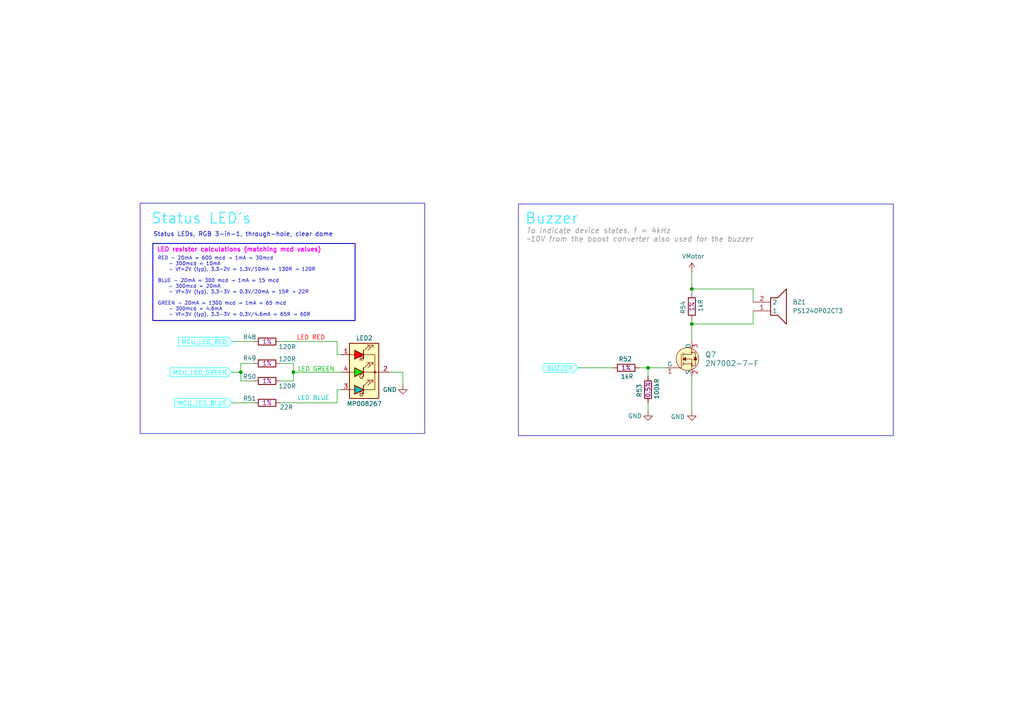
<source format=kicad_sch>
(kicad_sch
	(version 20250114)
	(generator "eeschema")
	(generator_version "9.0")
	(uuid "c15f8b7c-372c-495b-abf2-124a55133ce4")
	(paper "A4")
	(title_block
		(title "User Input")
		(date "2025-02-22")
		(rev "v0.3")
		(company "SJFOM")
	)
	(lib_symbols
		(symbol "Device:R"
			(pin_numbers
				(hide yes)
			)
			(pin_names
				(offset 0)
			)
			(exclude_from_sim no)
			(in_bom yes)
			(on_board yes)
			(property "Reference" "R"
				(at 2.032 0 90)
				(effects
					(font
						(size 1.27 1.27)
					)
				)
			)
			(property "Value" "R"
				(at 0 0 90)
				(effects
					(font
						(size 1.27 1.27)
					)
				)
			)
			(property "Footprint" ""
				(at -1.778 0 90)
				(effects
					(font
						(size 1.27 1.27)
					)
					(hide yes)
				)
			)
			(property "Datasheet" "~"
				(at 0 0 0)
				(effects
					(font
						(size 1.27 1.27)
					)
					(hide yes)
				)
			)
			(property "Description" "Resistor"
				(at 0 0 0)
				(effects
					(font
						(size 1.27 1.27)
					)
					(hide yes)
				)
			)
			(property "ki_keywords" "R res resistor"
				(at 0 0 0)
				(effects
					(font
						(size 1.27 1.27)
					)
					(hide yes)
				)
			)
			(property "ki_fp_filters" "R_*"
				(at 0 0 0)
				(effects
					(font
						(size 1.27 1.27)
					)
					(hide yes)
				)
			)
			(symbol "R_0_1"
				(rectangle
					(start -1.016 -2.54)
					(end 1.016 2.54)
					(stroke
						(width 0.254)
						(type default)
					)
					(fill
						(type none)
					)
				)
			)
			(symbol "R_1_1"
				(pin passive line
					(at 0 3.81 270)
					(length 1.27)
					(name "~"
						(effects
							(font
								(size 1.27 1.27)
							)
						)
					)
					(number "1"
						(effects
							(font
								(size 1.27 1.27)
							)
						)
					)
				)
				(pin passive line
					(at 0 -3.81 90)
					(length 1.27)
					(name "~"
						(effects
							(font
								(size 1.27 1.27)
							)
						)
					)
					(number "2"
						(effects
							(font
								(size 1.27 1.27)
							)
						)
					)
				)
			)
			(embedded_fonts no)
		)
		(symbol "Samacsys:MP008267"
			(exclude_from_sim no)
			(in_bom yes)
			(on_board yes)
			(property "Reference" "LED?"
				(at 10.922 26.924 0)
				(effects
					(font
						(size 1.27 1.27)
					)
					(justify left top)
				)
			)
			(property "Value" "MP008267"
				(at 8.128 8.382 0)
				(effects
					(font
						(size 1.27 1.27)
					)
					(justify left top)
				)
			)
			(property "Footprint" "Samacsys:MP008267"
				(at 24.13 -94.92 0)
				(effects
					(font
						(size 1.27 1.27)
					)
					(justify left top)
					(hide yes)
				)
			)
			(property "Datasheet" "https://www.farnell.com/datasheets/3497864.pdf"
				(at 24.13 -194.92 0)
				(effects
					(font
						(size 1.27 1.27)
					)
					(justify left top)
					(hide yes)
				)
			)
			(property "Description" "MULTICOMP PRO MP008267LED, Red, Green, Blue, Through Hole, T-1 3/4 (5mm), Round, R 20mA, G 20mA, B 20mA"
				(at 1.524 7.112 0)
				(effects
					(font
						(size 1.27 1.27)
					)
					(hide yes)
				)
			)
			(property "Height" "9.7"
				(at 24.13 -394.92 0)
				(effects
					(font
						(size 1.27 1.27)
					)
					(justify left top)
					(hide yes)
				)
			)
			(property "Manufacturer_Name" "Multicomp Pro"
				(at 24.13 -494.92 0)
				(effects
					(font
						(size 1.27 1.27)
					)
					(justify left top)
					(hide yes)
				)
			)
			(property "Manufacturer_Part_Number" "MP008267"
				(at 24.13 -594.92 0)
				(effects
					(font
						(size 1.27 1.27)
					)
					(justify left top)
					(hide yes)
				)
			)
			(property "Mouser Part Number" ""
				(at 24.13 -694.92 0)
				(effects
					(font
						(size 1.27 1.27)
					)
					(justify left top)
					(hide yes)
				)
			)
			(property "Mouser Price/Stock" ""
				(at 24.13 -794.92 0)
				(effects
					(font
						(size 1.27 1.27)
					)
					(justify left top)
					(hide yes)
				)
			)
			(property "Arrow Part Number" ""
				(at 24.13 -894.92 0)
				(effects
					(font
						(size 1.27 1.27)
					)
					(justify left top)
					(hide yes)
				)
			)
			(property "Arrow Price/Stock" ""
				(at 24.13 -994.92 0)
				(effects
					(font
						(size 1.27 1.27)
					)
					(justify left top)
					(hide yes)
				)
			)
			(symbol "MP008267_0_0"
				(text "R"
					(at 12.065 20.32 0)
					(effects
						(font
							(size 1.27 1.27)
						)
					)
				)
				(text "G"
					(at 12.065 15.24 0)
					(effects
						(font
							(size 1.27 1.27)
						)
					)
				)
				(text "B"
					(at 12.065 10.16 0)
					(effects
						(font
							(size 1.27 1.27)
						)
					)
				)
			)
			(symbol "MP008267_0_1"
				(rectangle
					(start 8.636 24.892)
					(end 17.145 8.89)
					(stroke
						(width 0.254)
						(type default)
					)
					(fill
						(type background)
					)
				)
				(polyline
					(pts
						(xy 8.89 21.59) (xy 10.16 21.59)
					)
					(stroke
						(width 0)
						(type default)
					)
					(fill
						(type none)
					)
				)
				(polyline
					(pts
						(xy 8.89 16.51) (xy 10.16 16.51)
					)
					(stroke
						(width 0)
						(type default)
					)
					(fill
						(type none)
					)
				)
				(polyline
					(pts
						(xy 8.89 11.43) (xy 10.16 11.43)
					)
					(stroke
						(width 0)
						(type default)
					)
					(fill
						(type none)
					)
				)
				(polyline
					(pts
						(xy 12.7 22.86) (xy 12.7 20.32)
					)
					(stroke
						(width 0.254)
						(type default)
					)
					(fill
						(type none)
					)
				)
				(polyline
					(pts
						(xy 12.7 22.86) (xy 12.7 20.32) (xy 12.7 20.32)
					)
					(stroke
						(width 0)
						(type default)
					)
					(fill
						(type none)
					)
				)
				(polyline
					(pts
						(xy 12.7 21.59) (xy 12.7 21.59)
					)
					(stroke
						(width 0)
						(type default)
					)
					(fill
						(type none)
					)
				)
				(polyline
					(pts
						(xy 12.7 21.59) (xy 15.24 21.59)
					)
					(stroke
						(width 0)
						(type default)
					)
					(fill
						(type none)
					)
				)
				(polyline
					(pts
						(xy 12.7 17.78) (xy 12.7 15.24)
					)
					(stroke
						(width 0.254)
						(type default)
					)
					(fill
						(type none)
					)
				)
				(polyline
					(pts
						(xy 12.7 17.78) (xy 12.7 15.24) (xy 12.7 15.24)
					)
					(stroke
						(width 0)
						(type default)
					)
					(fill
						(type none)
					)
				)
				(polyline
					(pts
						(xy 12.7 12.7) (xy 12.7 10.16)
					)
					(stroke
						(width 0.254)
						(type default)
					)
					(fill
						(type none)
					)
				)
				(polyline
					(pts
						(xy 12.7 11.43) (xy 15.24 11.43)
					)
					(stroke
						(width 0)
						(type default)
					)
					(fill
						(type none)
					)
				)
				(polyline
					(pts
						(xy 12.954 22.86) (xy 14.478 24.384) (xy 13.716 24.384) (xy 14.478 24.384) (xy 14.478 23.622)
					)
					(stroke
						(width 0)
						(type default)
					)
					(fill
						(type none)
					)
				)
				(polyline
					(pts
						(xy 12.954 17.78) (xy 14.478 19.304) (xy 13.716 19.304) (xy 14.478 19.304) (xy 14.478 18.542)
					)
					(stroke
						(width 0)
						(type default)
					)
					(fill
						(type none)
					)
				)
				(polyline
					(pts
						(xy 12.954 12.7) (xy 14.478 14.224) (xy 13.716 14.224) (xy 14.478 14.224) (xy 14.478 13.462)
					)
					(stroke
						(width 0)
						(type default)
					)
					(fill
						(type none)
					)
				)
				(polyline
					(pts
						(xy 13.97 22.86) (xy 15.494 24.384) (xy 14.732 24.384) (xy 15.494 24.384) (xy 15.494 23.622)
					)
					(stroke
						(width 0)
						(type default)
					)
					(fill
						(type none)
					)
				)
				(polyline
					(pts
						(xy 13.97 17.78) (xy 15.494 19.304) (xy 14.732 19.304) (xy 15.494 19.304) (xy 15.494 18.542)
					)
					(stroke
						(width 0)
						(type default)
					)
					(fill
						(type none)
					)
				)
				(polyline
					(pts
						(xy 13.97 12.7) (xy 15.494 14.224) (xy 14.732 14.224) (xy 15.494 14.224) (xy 15.494 13.462)
					)
					(stroke
						(width 0)
						(type default)
					)
					(fill
						(type none)
					)
				)
				(polyline
					(pts
						(xy 15.24 16.51) (xy 12.7 16.51)
					)
					(stroke
						(width 0)
						(type default)
					)
					(fill
						(type none)
					)
				)
				(polyline
					(pts
						(xy 15.24 16.51) (xy 16.51 16.51)
					)
					(stroke
						(width 0)
						(type default)
					)
					(fill
						(type none)
					)
				)
				(polyline
					(pts
						(xy 15.24 11.43) (xy 16.002 11.43) (xy 16.002 21.59) (xy 15.24 21.59)
					)
					(stroke
						(width 0)
						(type default)
					)
					(fill
						(type none)
					)
				)
				(circle
					(center 16.002 16.51)
					(radius 0.254)
					(stroke
						(width 0)
						(type default)
					)
					(fill
						(type outline)
					)
				)
				(polyline
					(pts
						(xy 17.78 16.51) (xy 16.51 16.51)
					)
					(stroke
						(width 0)
						(type default)
					)
					(fill
						(type none)
					)
				)
			)
			(symbol "MP008267_1_1"
				(polyline
					(pts
						(xy 10.16 20.32) (xy 10.16 22.86) (xy 12.7 21.59) (xy 10.16 20.32)
					)
					(stroke
						(width 0.254)
						(type solid)
					)
					(fill
						(type color)
						(color 255 0 0 1)
					)
				)
				(polyline
					(pts
						(xy 10.16 15.24) (xy 10.16 17.78) (xy 12.7 16.51) (xy 10.16 15.24)
					)
					(stroke
						(width 0.254)
						(type solid)
					)
					(fill
						(type color)
						(color 0 255 0 1)
					)
				)
				(polyline
					(pts
						(xy 10.16 10.16) (xy 10.16 12.7) (xy 12.7 11.43) (xy 10.16 10.16)
					)
					(stroke
						(width 0.254)
						(type solid)
					)
					(fill
						(type color)
						(color 0 194 194 1)
					)
				)
				(pin passive line
					(at 6.35 21.59 0)
					(length 2.54)
					(name ""
						(effects
							(font
								(size 1.27 1.27)
							)
						)
					)
					(number "1"
						(effects
							(font
								(size 1.27 1.27)
							)
						)
					)
				)
				(pin passive line
					(at 6.35 16.51 0)
					(length 2.54)
					(name ""
						(effects
							(font
								(size 1.27 1.27)
							)
						)
					)
					(number "4"
						(effects
							(font
								(size 1.27 1.27)
							)
						)
					)
				)
				(pin passive line
					(at 6.35 11.43 0)
					(length 2.54)
					(name ""
						(effects
							(font
								(size 1.27 1.27)
							)
						)
					)
					(number "3"
						(effects
							(font
								(size 1.27 1.27)
							)
						)
					)
				)
				(pin passive line
					(at 20.32 16.51 180)
					(length 2.54)
					(name ""
						(effects
							(font
								(size 1.27 1.27)
							)
						)
					)
					(number "2"
						(effects
							(font
								(size 1.27 1.27)
							)
						)
					)
				)
			)
			(embedded_fonts no)
		)
		(symbol "Samacsys:PS1240P02CT3"
			(exclude_from_sim no)
			(in_bom yes)
			(on_board yes)
			(property "Reference" "BZ"
				(at 11.43 0 0)
				(effects
					(font
						(size 1.27 1.27)
					)
					(justify left top)
				)
			)
			(property "Value" "PS1240P02CT3"
				(at 11.43 -2.54 0)
				(effects
					(font
						(size 1.27 1.27)
					)
					(justify left top)
				)
			)
			(property "Footprint" "Samacsys:PS1240P02BT"
				(at 11.43 -102.54 0)
				(effects
					(font
						(size 1.27 1.27)
					)
					(justify left top)
					(hide yes)
				)
			)
			(property "Datasheet" "https://product.tdk.com/system/files/dam/doc/product/sw_piezo/sw_piezo/piezo-buzzer/catalog/piezoelectronic_buzzer_ps_en.pdf"
				(at 11.43 -202.54 0)
				(effects
					(font
						(size 1.27 1.27)
					)
					(justify left top)
					(hide yes)
				)
			)
			(property "Description" "Piezoelectric Buzzers, Sound Pressure Level=60dB min, Freq.=4000Hz nom"
				(at 0 0 0)
				(effects
					(font
						(size 1.27 1.27)
					)
					(hide yes)
				)
			)
			(property "Height" ""
				(at 11.43 -402.54 0)
				(effects
					(font
						(size 1.27 1.27)
					)
					(justify left top)
					(hide yes)
				)
			)
			(property "Mouser Part Number" "810-PS1240P02CT3"
				(at 11.43 -502.54 0)
				(effects
					(font
						(size 1.27 1.27)
					)
					(justify left top)
					(hide yes)
				)
			)
			(property "Mouser Price/Stock" "https://www.mouser.co.uk/ProductDetail/TDK/PS1240P02CT3?qs=d7g9p1yFhWaOLjub80XcMw%3D%3D"
				(at 11.43 -602.54 0)
				(effects
					(font
						(size 1.27 1.27)
					)
					(justify left top)
					(hide yes)
				)
			)
			(property "Manufacturer_Name" "TDK"
				(at 11.43 -702.54 0)
				(effects
					(font
						(size 1.27 1.27)
					)
					(justify left top)
					(hide yes)
				)
			)
			(property "Manufacturer_Part_Number" "PS1240P02CT3"
				(at 11.43 -802.54 0)
				(effects
					(font
						(size 1.27 1.27)
					)
					(justify left top)
					(hide yes)
				)
			)
			(symbol "PS1240P02CT3_1_1"
				(polyline
					(pts
						(xy 5.08 1.27) (xy 5.08 -3.81)
					)
					(stroke
						(width 0.254)
						(type default)
					)
					(fill
						(type none)
					)
				)
				(polyline
					(pts
						(xy 5.08 1.27) (xy 7.112 1.27)
					)
					(stroke
						(width 0.254)
						(type default)
					)
					(fill
						(type none)
					)
				)
				(polyline
					(pts
						(xy 7.112 -3.81) (xy 5.08 -3.81)
					)
					(stroke
						(width 0.254)
						(type default)
					)
					(fill
						(type none)
					)
				)
				(polyline
					(pts
						(xy 7.112 -3.81) (xy 9.652 -6.35)
					)
					(stroke
						(width 0.254)
						(type default)
					)
					(fill
						(type none)
					)
				)
				(polyline
					(pts
						(xy 9.652 3.81) (xy 7.112 1.27)
					)
					(stroke
						(width 0.254)
						(type default)
					)
					(fill
						(type none)
					)
				)
				(polyline
					(pts
						(xy 9.652 3.81) (xy 9.652 -6.35)
					)
					(stroke
						(width 0.254)
						(type default)
					)
					(fill
						(type none)
					)
				)
				(pin passive line
					(at 0 0 0)
					(length 5.08)
					(name "2"
						(effects
							(font
								(size 1.27 1.27)
							)
						)
					)
					(number "2"
						(effects
							(font
								(size 1.27 1.27)
							)
						)
					)
				)
				(pin passive line
					(at 0 -2.54 0)
					(length 5.08)
					(name "1"
						(effects
							(font
								(size 1.27 1.27)
							)
						)
					)
					(number "1"
						(effects
							(font
								(size 1.27 1.27)
							)
						)
					)
				)
			)
			(embedded_fonts no)
		)
		(symbol "dk_Transistors-FETs-MOSFETs-Single:2N7002-7-F"
			(pin_names
				(offset 0)
			)
			(exclude_from_sim no)
			(in_bom yes)
			(on_board yes)
			(property "Reference" "Q"
				(at -2.6924 3.6322 0)
				(effects
					(font
						(size 1.524 1.524)
					)
					(justify right)
				)
			)
			(property "Value" "2N7002-7-F"
				(at 3.4544 0 90)
				(effects
					(font
						(size 1.524 1.524)
					)
				)
			)
			(property "Footprint" "digikey-footprints:SOT-23-3"
				(at 5.08 5.08 0)
				(effects
					(font
						(size 1.524 1.524)
					)
					(justify left)
					(hide yes)
				)
			)
			(property "Datasheet" "https://www.diodes.com/assets/Datasheets/ds11303.pdf"
				(at 5.08 7.62 0)
				(effects
					(font
						(size 1.524 1.524)
					)
					(justify left)
					(hide yes)
				)
			)
			(property "Description" "MOSFET N-CH 60V 115MA SOT23-3"
				(at 0 0 0)
				(effects
					(font
						(size 1.27 1.27)
					)
					(hide yes)
				)
			)
			(property "Digi-Key_PN" "2N7002-FDICT-ND"
				(at 5.08 10.16 0)
				(effects
					(font
						(size 1.524 1.524)
					)
					(justify left)
					(hide yes)
				)
			)
			(property "MPN" "2N7002-7-F"
				(at 5.08 12.7 0)
				(effects
					(font
						(size 1.524 1.524)
					)
					(justify left)
					(hide yes)
				)
			)
			(property "Category" "Discrete Semiconductor Products"
				(at 5.08 15.24 0)
				(effects
					(font
						(size 1.524 1.524)
					)
					(justify left)
					(hide yes)
				)
			)
			(property "Family" "Transistors - FETs, MOSFETs - Single"
				(at 5.08 17.78 0)
				(effects
					(font
						(size 1.524 1.524)
					)
					(justify left)
					(hide yes)
				)
			)
			(property "DK_Datasheet_Link" "https://www.diodes.com/assets/Datasheets/ds11303.pdf"
				(at 5.08 20.32 0)
				(effects
					(font
						(size 1.524 1.524)
					)
					(justify left)
					(hide yes)
				)
			)
			(property "DK_Detail_Page" "/product-detail/en/diodes-incorporated/2N7002-7-F/2N7002-FDICT-ND/717800"
				(at 5.08 22.86 0)
				(effects
					(font
						(size 1.524 1.524)
					)
					(justify left)
					(hide yes)
				)
			)
			(property "Description_1" "MOSFET N-CH 60V 115MA SOT23-3"
				(at 5.08 25.4 0)
				(effects
					(font
						(size 1.524 1.524)
					)
					(justify left)
					(hide yes)
				)
			)
			(property "Manufacturer" "Diodes Incorporated"
				(at 5.08 27.94 0)
				(effects
					(font
						(size 1.524 1.524)
					)
					(justify left)
					(hide yes)
				)
			)
			(property "Status" "Active"
				(at 5.08 30.48 0)
				(effects
					(font
						(size 1.524 1.524)
					)
					(justify left)
					(hide yes)
				)
			)
			(property "ki_keywords" "2N7002-FDICT-ND"
				(at 0 0 0)
				(effects
					(font
						(size 1.27 1.27)
					)
					(hide yes)
				)
			)
			(symbol "2N7002-7-F_0_1"
				(polyline
					(pts
						(xy -5.08 -2.54) (xy -3.048 -2.54) (xy -3.048 1.397)
					)
					(stroke
						(width 0)
						(type solid)
					)
					(fill
						(type none)
					)
				)
				(circle
					(center -1.27 0)
					(radius 3.302)
					(stroke
						(width 0)
						(type solid)
					)
					(fill
						(type background)
					)
				)
				(polyline
					(pts
						(xy -0.127 -1.905) (xy 1.016 -1.905) (xy 1.016 1.397) (xy 1.016 1.905) (xy -0.127 1.905)
					)
					(stroke
						(width 0)
						(type solid)
					)
					(fill
						(type none)
					)
				)
				(polyline
					(pts
						(xy 0 2.54) (xy 0 1.397) (xy -2.54 1.397)
					)
					(stroke
						(width 0)
						(type solid)
					)
					(fill
						(type none)
					)
				)
				(circle
					(center 0 1.905)
					(radius 0.127)
					(stroke
						(width 0)
						(type solid)
					)
					(fill
						(type none)
					)
				)
				(polyline
					(pts
						(xy 0 -1.397) (xy -2.54 -1.397)
					)
					(stroke
						(width 0)
						(type solid)
					)
					(fill
						(type none)
					)
				)
				(circle
					(center 0 -1.397)
					(radius 0.127)
					(stroke
						(width 0)
						(type solid)
					)
					(fill
						(type none)
					)
				)
				(circle
					(center 0 -1.905)
					(radius 0.127)
					(stroke
						(width 0)
						(type solid)
					)
					(fill
						(type none)
					)
				)
				(polyline
					(pts
						(xy 0 -2.54) (xy 0 0) (xy -2.54 0)
					)
					(stroke
						(width 0)
						(type solid)
					)
					(fill
						(type none)
					)
				)
			)
			(symbol "2N7002-7-F_1_1"
				(polyline
					(pts
						(xy -2.54 1.905) (xy -2.54 0.889)
					)
					(stroke
						(width 0)
						(type solid)
					)
					(fill
						(type none)
					)
				)
				(polyline
					(pts
						(xy -2.54 0) (xy -2.54 0.508)
					)
					(stroke
						(width 0)
						(type solid)
					)
					(fill
						(type none)
					)
				)
				(polyline
					(pts
						(xy -2.54 0) (xy -2.54 -0.508)
					)
					(stroke
						(width 0)
						(type solid)
					)
					(fill
						(type none)
					)
				)
				(polyline
					(pts
						(xy -2.54 0) (xy -1.778 0.508) (xy -1.778 -0.508) (xy -2.54 0)
					)
					(stroke
						(width 0)
						(type solid)
					)
					(fill
						(type outline)
					)
				)
				(polyline
					(pts
						(xy -2.54 -1.397) (xy -2.54 -0.889)
					)
					(stroke
						(width 0)
						(type solid)
					)
					(fill
						(type none)
					)
				)
				(polyline
					(pts
						(xy -2.54 -1.397) (xy -2.54 -1.905)
					)
					(stroke
						(width 0)
						(type solid)
					)
					(fill
						(type none)
					)
				)
				(polyline
					(pts
						(xy 1.016 0.508) (xy 0.508 -0.254) (xy 1.524 -0.254) (xy 1.016 0.508)
					)
					(stroke
						(width 0)
						(type solid)
					)
					(fill
						(type outline)
					)
				)
				(polyline
					(pts
						(xy 1.524 0.508) (xy 0.508 0.508)
					)
					(stroke
						(width 0)
						(type solid)
					)
					(fill
						(type none)
					)
				)
				(pin bidirectional line
					(at -7.62 -2.54 0)
					(length 2.54)
					(name "G"
						(effects
							(font
								(size 1.27 1.27)
							)
						)
					)
					(number "1"
						(effects
							(font
								(size 1.27 1.27)
							)
						)
					)
				)
				(pin bidirectional line
					(at 0 5.08 270)
					(length 2.54)
					(name "D"
						(effects
							(font
								(size 1.27 1.27)
							)
						)
					)
					(number "3"
						(effects
							(font
								(size 1.27 1.27)
							)
						)
					)
				)
				(pin bidirectional line
					(at 0 -5.08 90)
					(length 2.54)
					(name "S"
						(effects
							(font
								(size 1.27 1.27)
							)
						)
					)
					(number "2"
						(effects
							(font
								(size 1.27 1.27)
							)
						)
					)
				)
			)
			(embedded_fonts no)
		)
		(symbol "power:GND"
			(power)
			(pin_numbers
				(hide yes)
			)
			(pin_names
				(offset 0)
				(hide yes)
			)
			(exclude_from_sim no)
			(in_bom yes)
			(on_board yes)
			(property "Reference" "#PWR"
				(at 0 -6.35 0)
				(effects
					(font
						(size 1.27 1.27)
					)
					(hide yes)
				)
			)
			(property "Value" "GND"
				(at 0 -3.81 0)
				(effects
					(font
						(size 1.27 1.27)
					)
				)
			)
			(property "Footprint" ""
				(at 0 0 0)
				(effects
					(font
						(size 1.27 1.27)
					)
					(hide yes)
				)
			)
			(property "Datasheet" ""
				(at 0 0 0)
				(effects
					(font
						(size 1.27 1.27)
					)
					(hide yes)
				)
			)
			(property "Description" "Power symbol creates a global label with name \"GND\" , ground"
				(at 0 0 0)
				(effects
					(font
						(size 1.27 1.27)
					)
					(hide yes)
				)
			)
			(property "ki_keywords" "global power"
				(at 0 0 0)
				(effects
					(font
						(size 1.27 1.27)
					)
					(hide yes)
				)
			)
			(symbol "GND_0_1"
				(polyline
					(pts
						(xy 0 0) (xy 0 -1.27) (xy 1.27 -1.27) (xy 0 -2.54) (xy -1.27 -1.27) (xy 0 -1.27)
					)
					(stroke
						(width 0)
						(type default)
					)
					(fill
						(type none)
					)
				)
			)
			(symbol "GND_1_1"
				(pin power_in line
					(at 0 0 270)
					(length 0)
					(name "~"
						(effects
							(font
								(size 1.27 1.27)
							)
						)
					)
					(number "1"
						(effects
							(font
								(size 1.27 1.27)
							)
						)
					)
				)
			)
			(embedded_fonts no)
		)
		(symbol "power:VBUS"
			(power)
			(pin_numbers
				(hide yes)
			)
			(pin_names
				(offset 0)
				(hide yes)
			)
			(exclude_from_sim no)
			(in_bom yes)
			(on_board yes)
			(property "Reference" "#PWR"
				(at 0 -3.81 0)
				(effects
					(font
						(size 1.27 1.27)
					)
					(hide yes)
				)
			)
			(property "Value" "VBUS"
				(at 0 3.556 0)
				(effects
					(font
						(size 1.27 1.27)
					)
				)
			)
			(property "Footprint" ""
				(at 0 0 0)
				(effects
					(font
						(size 1.27 1.27)
					)
					(hide yes)
				)
			)
			(property "Datasheet" ""
				(at 0 0 0)
				(effects
					(font
						(size 1.27 1.27)
					)
					(hide yes)
				)
			)
			(property "Description" "Power symbol creates a global label with name \"VBUS\""
				(at 0 0 0)
				(effects
					(font
						(size 1.27 1.27)
					)
					(hide yes)
				)
			)
			(property "ki_keywords" "global power"
				(at 0 0 0)
				(effects
					(font
						(size 1.27 1.27)
					)
					(hide yes)
				)
			)
			(symbol "VBUS_0_1"
				(polyline
					(pts
						(xy -0.762 1.27) (xy 0 2.54)
					)
					(stroke
						(width 0)
						(type default)
					)
					(fill
						(type none)
					)
				)
				(polyline
					(pts
						(xy 0 2.54) (xy 0.762 1.27)
					)
					(stroke
						(width 0)
						(type default)
					)
					(fill
						(type none)
					)
				)
				(polyline
					(pts
						(xy 0 0) (xy 0 2.54)
					)
					(stroke
						(width 0)
						(type default)
					)
					(fill
						(type none)
					)
				)
			)
			(symbol "VBUS_1_1"
				(pin power_in line
					(at 0 0 90)
					(length 0)
					(name "~"
						(effects
							(font
								(size 1.27 1.27)
							)
						)
					)
					(number "1"
						(effects
							(font
								(size 1.27 1.27)
							)
						)
					)
				)
			)
			(embedded_fonts no)
		)
	)
	(rectangle
		(start 150.368 59.182)
		(end 259.08 126.365)
		(stroke
			(width 0)
			(type default)
		)
		(fill
			(type none)
		)
		(uuid 06b0296e-887c-49ad-8265-caa780cf8a5a)
	)
	(rectangle
		(start 44.323 70.612)
		(end 102.997 92.964)
		(stroke
			(width 0.254)
			(type default)
		)
		(fill
			(type none)
		)
		(uuid bc042294-6934-44c1-9352-7829a607506a)
	)
	(rectangle
		(start 40.64 58.928)
		(end 123.19 125.73)
		(stroke
			(width 0)
			(type default)
		)
		(fill
			(type none)
		)
		(uuid d711af57-ff58-43b4-92d9-c01a7481c3b7)
	)
	(text "LED GREEN"
		(exclude_from_sim no)
		(at 91.694 107.188 0)
		(effects
			(font
				(size 1.27 1.27)
				(color 0 194 0 1)
			)
		)
		(uuid "1941e7c1-df1e-442a-a5cd-afcef8a95794")
	)
	(text "LED RED"
		(exclude_from_sim no)
		(at 90.17 98.044 0)
		(effects
			(font
				(size 1.27 1.27)
				(color 255 0 0 1)
			)
		)
		(uuid "4792d298-cd58-4097-92f2-79a8a230e342")
	)
	(text "Status LED's"
		(exclude_from_sim no)
		(at 58.42 63.5 0)
		(effects
			(font
				(face "KiCad Font")
				(size 3.048 3.048)
				(thickness 0.254)
				(bold yes)
				(color 29 232 255 1)
			)
		)
		(uuid "4aa6a8fa-0c32-4e01-8968-6b78567d133b")
	)
	(text "LED resistor calculations (matching mcd values)"
		(exclude_from_sim no)
		(at 69.342 72.517 0)
		(effects
			(font
				(size 1.27 1.27)
				(bold yes)
				(color 255 0 255 1)
			)
		)
		(uuid "97c24568-838f-4b6e-a74f-97f9ea0c7e6a")
	)
	(text "Status LEDs, RGB 3-in-1, through-hole, clear dome"
		(exclude_from_sim no)
		(at 44.45 68.072 0)
		(effects
			(font
				(size 1.27 1.27)
				(thickness 0.1588)
			)
			(justify left)
		)
		(uuid "9d9d41ec-ed84-4889-8cbf-19b2ee7f0a72")
	)
	(text "Buzzer"
		(exclude_from_sim no)
		(at 160.02 63.5 0)
		(effects
			(font
				(face "KiCad Font")
				(size 3.048 3.048)
				(thickness 0.254)
				(bold yes)
				(color 29 232 255 1)
			)
		)
		(uuid "a0c4c975-a745-4f52-b96f-d3ae830650ef")
	)
	(text "To indicate device states, f = 4kHz\n~10V from the boost converter also used for the buzzer"
		(exclude_from_sim no)
		(at 152.654 68.326 0)
		(effects
			(font
				(face "KiCad Font")
				(size 1.524 1.524)
				(italic yes)
				(color 132 132 132 1)
			)
			(justify left)
		)
		(uuid "b44bcfa5-4625-4d06-9ca5-4e6d007c4c0a")
	)
	(text "RED - 20mA = 600 mcd → 1mA = 30mcd\n    - 300mcd = 10mA\n    - Vf=2V (typ), 3.3-2V = 1.3V/10mA = 130R → 120R\n\nBLUE - 20mA = 300 mcd → 1mA = 15 mcd\n    - 300mcd = 20mA\n    - Vf=3V (typ), 3.3-3V = 0.3V/20mA = 15R → 22R\n\nGREEN - 20mA = 1300 mcd → 1mA = 65 mcd\n    - 300mcd = 4.6mA\n    - Vf=3V (typ), 3.3-3V = 0.3V/4.6mA = 65R → 60R"
		(exclude_from_sim no)
		(at 45.72 83.185 0)
		(effects
			(font
				(size 1.016 1.016)
				(thickness 0.127)
			)
			(justify left)
		)
		(uuid "c9b8730b-e22c-4274-b3b5-918fbbe1e184")
	)
	(text "LED BLUE"
		(exclude_from_sim no)
		(at 90.932 115.57 0)
		(effects
			(font
				(size 1.27 1.27)
				(color 0 194 194 1)
			)
		)
		(uuid "d44d2743-2a43-4f39-a0e1-1a6a8e6733b1")
	)
	(junction
		(at 200.66 93.98)
		(diameter 0)
		(color 0 0 0 0)
		(uuid "6a88b066-b727-4b5f-8c39-f496007277f8")
	)
	(junction
		(at 69.85 107.95)
		(diameter 0)
		(color 0 0 0 0)
		(uuid "73e31615-39fd-4770-92a1-9e20c869b04e")
	)
	(junction
		(at 85.09 107.95)
		(diameter 0)
		(color 0 0 0 0)
		(uuid "75672ca3-e71b-48fe-8322-44ee242ce353")
	)
	(junction
		(at 187.96 106.68)
		(diameter 0)
		(color 0 0 0 0)
		(uuid "b3ba89d9-98bb-4e61-a4ae-ea08bdb68685")
	)
	(junction
		(at 200.66 83.82)
		(diameter 0)
		(color 0 0 0 0)
		(uuid "bd0b5978-f63c-4cb1-8411-05de2101b3f0")
	)
	(wire
		(pts
			(xy 97.79 116.84) (xy 81.28 116.84)
		)
		(stroke
			(width 0)
			(type default)
		)
		(uuid "07b79a8c-70d2-47a7-9201-0a6200d4ecc4")
	)
	(wire
		(pts
			(xy 218.44 90.17) (xy 218.44 93.98)
		)
		(stroke
			(width 0)
			(type default)
		)
		(uuid "07f6cf73-f4f4-4632-81e4-9e010bc41bf3")
	)
	(wire
		(pts
			(xy 97.79 113.03) (xy 99.06 113.03)
		)
		(stroke
			(width 0)
			(type default)
		)
		(uuid "0952e57f-de48-495e-bb6f-9e71e4c4b707")
	)
	(wire
		(pts
			(xy 113.03 107.95) (xy 116.84 107.95)
		)
		(stroke
			(width 0)
			(type default)
		)
		(uuid "099a1161-489a-48db-9e4d-699765393316")
	)
	(wire
		(pts
			(xy 187.96 106.68) (xy 187.96 109.22)
		)
		(stroke
			(width 0)
			(type default)
		)
		(uuid "0f62745e-3d53-40b2-a4fe-3d5d300d91fc")
	)
	(wire
		(pts
			(xy 200.66 78.74) (xy 200.66 83.82)
		)
		(stroke
			(width 0)
			(type default)
		)
		(uuid "129669a7-107d-48d7-abf0-ba4bc38a8183")
	)
	(wire
		(pts
			(xy 85.09 107.95) (xy 85.09 110.49)
		)
		(stroke
			(width 0)
			(type default)
		)
		(uuid "1a3a9674-2f9c-4390-9124-93de2b55bed3")
	)
	(wire
		(pts
			(xy 187.96 106.68) (xy 193.04 106.68)
		)
		(stroke
			(width 0)
			(type default)
		)
		(uuid "1a91614b-b74d-483a-ad97-23b985d0a9d4")
	)
	(wire
		(pts
			(xy 81.28 110.49) (xy 85.09 110.49)
		)
		(stroke
			(width 0)
			(type default)
		)
		(uuid "1ee377b4-cde5-4f58-ad7c-7a00654af07a")
	)
	(wire
		(pts
			(xy 85.09 105.41) (xy 85.09 107.95)
		)
		(stroke
			(width 0)
			(type default)
		)
		(uuid "2b724b65-26c3-4fa8-989a-84d9f4596bd6")
	)
	(wire
		(pts
			(xy 69.85 110.49) (xy 69.85 107.95)
		)
		(stroke
			(width 0)
			(type default)
		)
		(uuid "30c6e3a1-036e-4747-a16e-e372831ff07b")
	)
	(wire
		(pts
			(xy 218.44 83.82) (xy 218.44 87.63)
		)
		(stroke
			(width 0)
			(type default)
		)
		(uuid "454be7d3-8219-4fe1-95ab-f11e76eac4d4")
	)
	(wire
		(pts
			(xy 97.79 99.06) (xy 81.28 99.06)
		)
		(stroke
			(width 0)
			(type default)
		)
		(uuid "482a4d85-0f26-4821-b999-48a0eadcf96b")
	)
	(wire
		(pts
			(xy 97.79 99.06) (xy 97.79 102.87)
		)
		(stroke
			(width 0)
			(type default)
		)
		(uuid "4cc2db02-d427-41ab-a87e-cf2bc967af2d")
	)
	(wire
		(pts
			(xy 73.66 110.49) (xy 69.85 110.49)
		)
		(stroke
			(width 0)
			(type default)
		)
		(uuid "4d073aae-1d4b-42da-afac-712a5d9ae343")
	)
	(wire
		(pts
			(xy 200.66 93.98) (xy 218.44 93.98)
		)
		(stroke
			(width 0)
			(type default)
		)
		(uuid "51481669-8b37-48e8-93ef-7ddcdfbdd04d")
	)
	(wire
		(pts
			(xy 73.66 99.06) (xy 67.31 99.06)
		)
		(stroke
			(width 0)
			(type default)
		)
		(uuid "5ac774cb-7c18-45ad-8bd0-d634e7c376e3")
	)
	(wire
		(pts
			(xy 200.66 109.22) (xy 200.66 119.38)
		)
		(stroke
			(width 0)
			(type default)
		)
		(uuid "61d4d487-511a-4d9e-be0e-220630dbb7e1")
	)
	(wire
		(pts
			(xy 97.79 102.87) (xy 99.06 102.87)
		)
		(stroke
			(width 0)
			(type default)
		)
		(uuid "71d04a39-3ce0-400c-a0d7-c573dff22461")
	)
	(wire
		(pts
			(xy 69.85 107.95) (xy 67.31 107.95)
		)
		(stroke
			(width 0)
			(type default)
		)
		(uuid "86ae5c3a-bc38-4110-89ac-9608c945ea6c")
	)
	(wire
		(pts
			(xy 99.06 107.95) (xy 85.09 107.95)
		)
		(stroke
			(width 0)
			(type default)
		)
		(uuid "8853b5dc-cca7-4119-bb16-6cfacd1010c1")
	)
	(wire
		(pts
			(xy 200.66 83.82) (xy 218.44 83.82)
		)
		(stroke
			(width 0)
			(type default)
		)
		(uuid "92e5a0c1-8556-4b8b-997f-46202f4ed488")
	)
	(wire
		(pts
			(xy 167.64 106.68) (xy 177.8 106.68)
		)
		(stroke
			(width 0)
			(type default)
		)
		(uuid "9ea25214-3571-4686-8848-19d1e71d9d3d")
	)
	(wire
		(pts
			(xy 73.66 105.41) (xy 69.85 105.41)
		)
		(stroke
			(width 0)
			(type default)
		)
		(uuid "9f4e754e-1fc6-4736-9bc0-b6a14a12550a")
	)
	(wire
		(pts
			(xy 185.42 106.68) (xy 187.96 106.68)
		)
		(stroke
			(width 0)
			(type default)
		)
		(uuid "9ff7e38f-5b40-455e-8213-44cc7a511ac9")
	)
	(wire
		(pts
			(xy 69.85 105.41) (xy 69.85 107.95)
		)
		(stroke
			(width 0)
			(type default)
		)
		(uuid "a41251ea-e44f-4e3f-a863-d9fa4cf9a02d")
	)
	(wire
		(pts
			(xy 187.96 116.84) (xy 187.96 119.38)
		)
		(stroke
			(width 0)
			(type default)
		)
		(uuid "a865173a-9aa2-4e40-bd2d-b571438ef819")
	)
	(wire
		(pts
			(xy 97.79 116.84) (xy 97.79 113.03)
		)
		(stroke
			(width 0)
			(type default)
		)
		(uuid "ae808a10-a09c-4a75-81f1-4e413a6bef08")
	)
	(wire
		(pts
			(xy 200.66 93.98) (xy 200.66 92.71)
		)
		(stroke
			(width 0)
			(type default)
		)
		(uuid "b920e80f-90fe-4b11-a728-b16e2dec3d92")
	)
	(wire
		(pts
			(xy 200.66 83.82) (xy 200.66 85.09)
		)
		(stroke
			(width 0)
			(type default)
		)
		(uuid "ba15d6eb-b7d4-42d6-b5a8-75cb26cfc3b9")
	)
	(wire
		(pts
			(xy 200.66 93.98) (xy 200.66 99.06)
		)
		(stroke
			(width 0)
			(type default)
		)
		(uuid "cefe7b03-b827-4da7-980d-28e20251bc8b")
	)
	(wire
		(pts
			(xy 116.84 107.95) (xy 116.84 111.76)
		)
		(stroke
			(width 0)
			(type default)
		)
		(uuid "d2323b3b-d51f-4bcf-b920-54112ecf40df")
	)
	(wire
		(pts
			(xy 73.66 116.84) (xy 67.31 116.84)
		)
		(stroke
			(width 0)
			(type default)
		)
		(uuid "e2bf65c7-fe93-4369-a143-fbdbad8a4af4")
	)
	(wire
		(pts
			(xy 81.28 105.41) (xy 85.09 105.41)
		)
		(stroke
			(width 0)
			(type default)
		)
		(uuid "e92e6837-142c-4bbf-b5e2-88f80142074d")
	)
	(global_label "MCU_LED_GREEN"
		(shape input)
		(at 67.31 107.95 180)
		(fields_autoplaced yes)
		(effects
			(font
				(size 1.27 1.27)
				(color 0 255 255 1)
			)
			(justify right)
		)
		(uuid "09a5a509-9164-4496-8678-91c20da3ad1d")
		(property "Intersheetrefs" "${INTERSHEET_REFS}"
			(at 48.7221 107.95 0)
			(effects
				(font
					(size 1.27 1.27)
				)
				(justify right)
				(hide yes)
			)
		)
	)
	(global_label "BUZZER"
		(shape input)
		(at 167.64 106.68 180)
		(fields_autoplaced yes)
		(effects
			(font
				(size 1.27 1.27)
				(color 0 255 255 1)
			)
			(justify right)
		)
		(uuid "394cf95d-c6f6-4853-b419-f52775c443d7")
		(property "Intersheetrefs" "${INTERSHEET_REFS}"
			(at 157.2163 106.68 0)
			(effects
				(font
					(size 1.27 1.27)
				)
				(justify right)
				(hide yes)
			)
		)
	)
	(global_label "MCU_LED_RED"
		(shape input)
		(at 67.31 99.06 180)
		(fields_autoplaced yes)
		(effects
			(font
				(size 1.27 1.27)
				(color 0 255 255 1)
			)
			(justify right)
		)
		(uuid "4056b805-d368-4c85-a20f-efc4d5f4111b")
		(property "Intersheetrefs" "${INTERSHEET_REFS}"
			(at 51.2016 99.06 0)
			(effects
				(font
					(size 1.27 1.27)
				)
				(justify right)
				(hide yes)
			)
		)
	)
	(global_label "MCU_LED_BLUE"
		(shape input)
		(at 67.31 116.84 180)
		(fields_autoplaced yes)
		(effects
			(font
				(size 1.27 1.27)
				(color 0 255 255 1)
			)
			(justify right)
		)
		(uuid "d05d9f2a-178a-462b-80b1-c7e57c6a7f99")
		(property "Intersheetrefs" "${INTERSHEET_REFS}"
			(at 50.113 116.84 0)
			(effects
				(font
					(size 1.27 1.27)
				)
				(justify right)
				(hide yes)
			)
		)
	)
	(symbol
		(lib_id "Device:R")
		(at 187.96 113.03 180)
		(unit 1)
		(exclude_from_sim no)
		(in_bom yes)
		(on_board yes)
		(dnp no)
		(uuid "05397c3f-b539-4728-81c0-2c3f97391bcd")
		(property "Reference" "R53"
			(at 185.42 113.284 90)
			(effects
				(font
					(size 1.27 1.27)
				)
			)
		)
		(property "Value" "100kR"
			(at 190.5 112.776 90)
			(effects
				(font
					(size 1.27 1.27)
				)
			)
		)
		(property "Footprint" "Resistor_SMD:R_0603_1608Metric"
			(at 189.738 113.03 90)
			(effects
				(font
					(size 1.27 1.27)
				)
				(hide yes)
			)
		)
		(property "Datasheet" "~"
			(at 187.96 113.03 0)
			(effects
				(font
					(size 1.27 1.27)
				)
				(hide yes)
			)
		)
		(property "Description" "Resistor"
			(at 187.96 113.03 0)
			(effects
				(font
					(size 1.27 1.27)
				)
				(hide yes)
			)
		)
		(property "Tolerance" "0.5%"
			(at 187.96 113.03 90)
			(effects
				(font
					(size 1.27 1.27)
				)
			)
		)
		(property "Type" "SMD"
			(at 187.96 113.03 0)
			(effects
				(font
					(size 1.27 1.27)
				)
				(hide yes)
			)
		)
		(property "Package" "0603"
			(at 187.96 113.03 0)
			(effects
				(font
					(size 1.27 1.27)
				)
				(hide yes)
			)
		)
		(property "MPN" "RT0603DRE10100KL"
			(at 187.96 113.03 0)
			(effects
				(font
					(size 1.27 1.27)
				)
				(hide yes)
			)
		)
		(property "Manufacturer" "YAGEO"
			(at 187.96 113.03 0)
			(effects
				(font
					(size 1.27 1.27)
				)
				(hide yes)
			)
		)
		(property "Power" "0.1W, 1/10W"
			(at 187.96 113.03 0)
			(effects
				(font
					(size 1.27 1.27)
				)
				(hide yes)
			)
		)
		(property "Availability" ""
			(at 187.96 113.03 0)
			(effects
				(font
					(size 1.27 1.27)
				)
				(hide yes)
			)
		)
		(property "Check_prices" ""
			(at 187.96 113.03 0)
			(effects
				(font
					(size 1.27 1.27)
				)
				(hide yes)
			)
		)
		(property "Colour" ""
			(at 187.96 113.03 0)
			(effects
				(font
					(size 1.27 1.27)
				)
				(hide yes)
			)
		)
		(property "MAXIMUM_PACKAGE_HEIGHT" ""
			(at 187.96 113.03 0)
			(effects
				(font
					(size 1.27 1.27)
				)
				(hide yes)
			)
		)
		(property "MP" ""
			(at 187.96 113.03 0)
			(effects
				(font
					(size 1.27 1.27)
				)
				(hide yes)
			)
		)
		(property "PARTREV" ""
			(at 187.96 113.03 0)
			(effects
				(font
					(size 1.27 1.27)
				)
				(hide yes)
			)
		)
		(property "Price" ""
			(at 187.96 113.03 0)
			(effects
				(font
					(size 1.27 1.27)
				)
				(hide yes)
			)
		)
		(property "Purchase-URL" ""
			(at 187.96 113.03 0)
			(effects
				(font
					(size 1.27 1.27)
				)
				(hide yes)
			)
		)
		(property "SNAPEDA_PN" ""
			(at 187.96 113.03 0)
			(effects
				(font
					(size 1.27 1.27)
				)
				(hide yes)
			)
		)
		(property "STANDARD" ""
			(at 187.96 113.03 0)
			(effects
				(font
					(size 1.27 1.27)
				)
				(hide yes)
			)
		)
		(property "SnapEDA_Link" ""
			(at 187.96 113.03 0)
			(effects
				(font
					(size 1.27 1.27)
				)
				(hide yes)
			)
		)
		(property "MANUFACTURER" ""
			(at 187.96 113.03 0)
			(effects
				(font
					(size 1.27 1.27)
				)
				(hide yes)
			)
		)
		(pin "1"
			(uuid "403d801e-609e-473d-959b-8a098a085a32")
		)
		(pin "2"
			(uuid "061eeea5-cf68-44f8-884c-2bb0a00fae7c")
		)
		(instances
			(project "StepUp"
				(path "/e0cca1c7-c263-49eb-8c40-74000ebe5285/9dda156e-3fdf-45bb-95f8-ac79c3ca0e44"
					(reference "R53")
					(unit 1)
				)
			)
		)
	)
	(symbol
		(lib_id "dk_Transistors-FETs-MOSFETs-Single:2N7002-7-F")
		(at 200.66 104.14 0)
		(unit 1)
		(exclude_from_sim no)
		(in_bom yes)
		(on_board yes)
		(dnp no)
		(fields_autoplaced yes)
		(uuid "14631e34-6cb3-4496-a86f-b662e56924fb")
		(property "Reference" "Q7"
			(at 204.47 102.8699 0)
			(effects
				(font
					(size 1.524 1.524)
				)
				(justify left)
			)
		)
		(property "Value" "2N7002-7-F"
			(at 204.47 105.4099 0)
			(effects
				(font
					(size 1.524 1.524)
				)
				(justify left)
			)
		)
		(property "Footprint" "digikey-footprints:SOT-23-3"
			(at 205.74 99.06 0)
			(effects
				(font
					(size 1.524 1.524)
				)
				(justify left)
				(hide yes)
			)
		)
		(property "Datasheet" "https://www.diodes.com/assets/Datasheets/ds11303.pdf"
			(at 205.74 96.52 0)
			(effects
				(font
					(size 1.524 1.524)
				)
				(justify left)
				(hide yes)
			)
		)
		(property "Description" "MOSFET N-CH 60V 115MA SOT23-3"
			(at 200.66 104.14 0)
			(effects
				(font
					(size 1.27 1.27)
				)
				(hide yes)
			)
		)
		(property "Digi-Key_PN" "2N7002-FDICT-ND"
			(at 205.74 93.98 0)
			(effects
				(font
					(size 1.524 1.524)
				)
				(justify left)
				(hide yes)
			)
		)
		(property "MPN" "2N7002-7-F"
			(at 205.74 91.44 0)
			(effects
				(font
					(size 1.524 1.524)
				)
				(justify left)
				(hide yes)
			)
		)
		(property "Category" "Discrete Semiconductor Products"
			(at 205.74 88.9 0)
			(effects
				(font
					(size 1.524 1.524)
				)
				(justify left)
				(hide yes)
			)
		)
		(property "Family" "Transistors - FETs, MOSFETs - Single"
			(at 205.74 86.36 0)
			(effects
				(font
					(size 1.524 1.524)
				)
				(justify left)
				(hide yes)
			)
		)
		(property "DK_Datasheet_Link" "https://www.diodes.com/assets/Datasheets/ds11303.pdf"
			(at 205.74 83.82 0)
			(effects
				(font
					(size 1.524 1.524)
				)
				(justify left)
				(hide yes)
			)
		)
		(property "DK_Detail_Page" "/product-detail/en/diodes-incorporated/2N7002-7-F/2N7002-FDICT-ND/717800"
			(at 205.74 81.28 0)
			(effects
				(font
					(size 1.524 1.524)
				)
				(justify left)
				(hide yes)
			)
		)
		(property "Description_1" "MOSFET N-CH 60V 115MA SOT23-3"
			(at 205.74 78.74 0)
			(effects
				(font
					(size 1.524 1.524)
				)
				(justify left)
				(hide yes)
			)
		)
		(property "Manufacturer" "Diodes Incorporated"
			(at 205.74 76.2 0)
			(effects
				(font
					(size 1.524 1.524)
				)
				(justify left)
				(hide yes)
			)
		)
		(property "Status" "Active"
			(at 205.74 73.66 0)
			(effects
				(font
					(size 1.524 1.524)
				)
				(justify left)
				(hide yes)
			)
		)
		(property "Availability" ""
			(at 200.66 104.14 0)
			(effects
				(font
					(size 1.27 1.27)
				)
				(hide yes)
			)
		)
		(property "Check_prices" ""
			(at 200.66 104.14 0)
			(effects
				(font
					(size 1.27 1.27)
				)
				(hide yes)
			)
		)
		(property "Colour" ""
			(at 200.66 104.14 0)
			(effects
				(font
					(size 1.27 1.27)
				)
				(hide yes)
			)
		)
		(property "MAXIMUM_PACKAGE_HEIGHT" ""
			(at 200.66 104.14 0)
			(effects
				(font
					(size 1.27 1.27)
				)
				(hide yes)
			)
		)
		(property "MP" ""
			(at 200.66 104.14 0)
			(effects
				(font
					(size 1.27 1.27)
				)
				(hide yes)
			)
		)
		(property "PARTREV" ""
			(at 200.66 104.14 0)
			(effects
				(font
					(size 1.27 1.27)
				)
				(hide yes)
			)
		)
		(property "Price" ""
			(at 200.66 104.14 0)
			(effects
				(font
					(size 1.27 1.27)
				)
				(hide yes)
			)
		)
		(property "Purchase-URL" ""
			(at 200.66 104.14 0)
			(effects
				(font
					(size 1.27 1.27)
				)
				(hide yes)
			)
		)
		(property "SNAPEDA_PN" ""
			(at 200.66 104.14 0)
			(effects
				(font
					(size 1.27 1.27)
				)
				(hide yes)
			)
		)
		(property "STANDARD" ""
			(at 200.66 104.14 0)
			(effects
				(font
					(size 1.27 1.27)
				)
				(hide yes)
			)
		)
		(property "SnapEDA_Link" ""
			(at 200.66 104.14 0)
			(effects
				(font
					(size 1.27 1.27)
				)
				(hide yes)
			)
		)
		(property "MANUFACTURER" ""
			(at 200.66 104.14 0)
			(effects
				(font
					(size 1.27 1.27)
				)
				(hide yes)
			)
		)
		(pin "2"
			(uuid "b8b29f7f-c425-47f9-b7e4-b998f7fcc4dd")
		)
		(pin "1"
			(uuid "d89dabf3-2fb8-4baf-a390-a0e1515cf707")
		)
		(pin "3"
			(uuid "c4a30138-4c64-41c9-ba83-590e0faddefa")
		)
		(instances
			(project ""
				(path "/e0cca1c7-c263-49eb-8c40-74000ebe5285/9dda156e-3fdf-45bb-95f8-ac79c3ca0e44"
					(reference "Q7")
					(unit 1)
				)
			)
		)
	)
	(symbol
		(lib_id "Samacsys:PS1240P02CT3")
		(at 218.44 87.63 0)
		(unit 1)
		(exclude_from_sim no)
		(in_bom yes)
		(on_board yes)
		(dnp no)
		(fields_autoplaced yes)
		(uuid "2d1ac149-c327-4f4d-a00c-600a2ff6f7be")
		(property "Reference" "BZ1"
			(at 229.87 87.6299 0)
			(effects
				(font
					(size 1.27 1.27)
				)
				(justify left)
			)
		)
		(property "Value" "PS1240P02CT3"
			(at 229.87 90.1699 0)
			(effects
				(font
					(size 1.27 1.27)
				)
				(justify left)
			)
		)
		(property "Footprint" "Samacsys:PS1240P02BT"
			(at 229.87 190.17 0)
			(effects
				(font
					(size 1.27 1.27)
				)
				(justify left top)
				(hide yes)
			)
		)
		(property "Datasheet" "https://product.tdk.com/system/files/dam/doc/product/sw_piezo/sw_piezo/piezo-buzzer/catalog/piezoelectronic_buzzer_ps_en.pdf"
			(at 229.87 290.17 0)
			(effects
				(font
					(size 1.27 1.27)
				)
				(justify left top)
				(hide yes)
			)
		)
		(property "Description" "Piezoelectric Buzzers, Sound Pressure Level=60dB min, Freq.=4000Hz nom"
			(at 218.44 87.63 0)
			(effects
				(font
					(size 1.27 1.27)
				)
				(hide yes)
			)
		)
		(property "Height" ""
			(at 229.87 490.17 0)
			(effects
				(font
					(size 1.27 1.27)
				)
				(justify left top)
				(hide yes)
			)
		)
		(property "Mouser Part Number" "810-PS1240P02CT3"
			(at 229.87 590.17 0)
			(effects
				(font
					(size 1.27 1.27)
				)
				(justify left top)
				(hide yes)
			)
		)
		(property "Mouser Price/Stock" "https://www.mouser.co.uk/ProductDetail/TDK/PS1240P02CT3?qs=d7g9p1yFhWaOLjub80XcMw%3D%3D"
			(at 229.87 690.17 0)
			(effects
				(font
					(size 1.27 1.27)
				)
				(justify left top)
				(hide yes)
			)
		)
		(property "Manufacturer_Name" "TDK"
			(at 229.87 790.17 0)
			(effects
				(font
					(size 1.27 1.27)
				)
				(justify left top)
				(hide yes)
			)
		)
		(property "Manufacturer_Part_Number" "PS1240P02CT3"
			(at 229.87 890.17 0)
			(effects
				(font
					(size 1.27 1.27)
				)
				(justify left top)
				(hide yes)
			)
		)
		(property "Availability" ""
			(at 218.44 87.63 0)
			(effects
				(font
					(size 1.27 1.27)
				)
				(hide yes)
			)
		)
		(property "Check_prices" ""
			(at 218.44 87.63 0)
			(effects
				(font
					(size 1.27 1.27)
				)
				(hide yes)
			)
		)
		(property "Colour" ""
			(at 218.44 87.63 0)
			(effects
				(font
					(size 1.27 1.27)
				)
				(hide yes)
			)
		)
		(property "MAXIMUM_PACKAGE_HEIGHT" ""
			(at 218.44 87.63 0)
			(effects
				(font
					(size 1.27 1.27)
				)
				(hide yes)
			)
		)
		(property "MP" ""
			(at 218.44 87.63 0)
			(effects
				(font
					(size 1.27 1.27)
				)
				(hide yes)
			)
		)
		(property "PARTREV" ""
			(at 218.44 87.63 0)
			(effects
				(font
					(size 1.27 1.27)
				)
				(hide yes)
			)
		)
		(property "Price" ""
			(at 218.44 87.63 0)
			(effects
				(font
					(size 1.27 1.27)
				)
				(hide yes)
			)
		)
		(property "Purchase-URL" ""
			(at 218.44 87.63 0)
			(effects
				(font
					(size 1.27 1.27)
				)
				(hide yes)
			)
		)
		(property "SNAPEDA_PN" ""
			(at 218.44 87.63 0)
			(effects
				(font
					(size 1.27 1.27)
				)
				(hide yes)
			)
		)
		(property "STANDARD" ""
			(at 218.44 87.63 0)
			(effects
				(font
					(size 1.27 1.27)
				)
				(hide yes)
			)
		)
		(property "SnapEDA_Link" ""
			(at 218.44 87.63 0)
			(effects
				(font
					(size 1.27 1.27)
				)
				(hide yes)
			)
		)
		(property "MANUFACTURER" ""
			(at 218.44 87.63 0)
			(effects
				(font
					(size 1.27 1.27)
				)
				(hide yes)
			)
		)
		(property "MPN" "PS1240P02CT3"
			(at 218.44 87.63 0)
			(effects
				(font
					(size 1.27 1.27)
				)
				(hide yes)
			)
		)
		(property "Manufacturer" "TDK Corporation"
			(at 218.44 87.63 0)
			(effects
				(font
					(size 1.27 1.27)
				)
				(hide yes)
			)
		)
		(pin "1"
			(uuid "33f21073-2a94-41c3-91b6-50377acd1b99")
		)
		(pin "2"
			(uuid "9fa3db95-bdce-4970-af40-d67985698b4f")
		)
		(instances
			(project ""
				(path "/e0cca1c7-c263-49eb-8c40-74000ebe5285/9dda156e-3fdf-45bb-95f8-ac79c3ca0e44"
					(reference "BZ1")
					(unit 1)
				)
			)
		)
	)
	(symbol
		(lib_id "Device:R")
		(at 77.47 99.06 270)
		(mirror x)
		(unit 1)
		(exclude_from_sim no)
		(in_bom yes)
		(on_board yes)
		(dnp no)
		(uuid "3e4b4bdf-0976-4126-b393-41dcb18fb6a1")
		(property "Reference" "R48"
			(at 72.39 97.79 90)
			(effects
				(font
					(size 1.27 1.27)
				)
			)
		)
		(property "Value" "120R"
			(at 83.312 100.584 90)
			(effects
				(font
					(size 1.27 1.27)
				)
			)
		)
		(property "Footprint" "Resistor_SMD:R_0603_1608Metric"
			(at 77.47 100.838 90)
			(effects
				(font
					(size 1.27 1.27)
				)
				(hide yes)
			)
		)
		(property "Datasheet" "~"
			(at 77.47 99.06 0)
			(effects
				(font
					(size 1.27 1.27)
				)
				(hide yes)
			)
		)
		(property "Description" "Resistor"
			(at 77.47 99.06 0)
			(effects
				(font
					(size 1.27 1.27)
				)
				(hide yes)
			)
		)
		(property "Type" "SMD"
			(at 77.47 99.06 0)
			(effects
				(font
					(size 1.27 1.27)
				)
				(hide yes)
			)
		)
		(property "Package" "0603 "
			(at 77.47 99.06 0)
			(effects
				(font
					(size 1.27 1.27)
				)
				(hide yes)
			)
		)
		(property "Tolerance" "1%"
			(at 77.47 99.06 90)
			(effects
				(font
					(size 1.27 1.27)
				)
			)
		)
		(property "MPN" "RC0603FR-07120RL"
			(at 77.47 99.06 0)
			(effects
				(font
					(size 1.27 1.27)
				)
				(hide yes)
			)
		)
		(property "Manufacturer" "YAGEO"
			(at 77.47 99.06 0)
			(effects
				(font
					(size 1.27 1.27)
				)
				(hide yes)
			)
		)
		(property "Power" "0.1W, 1/10W"
			(at 77.47 99.06 0)
			(effects
				(font
					(size 1.27 1.27)
				)
				(hide yes)
			)
		)
		(property "Availability" ""
			(at 77.47 99.06 0)
			(effects
				(font
					(size 1.27 1.27)
				)
				(hide yes)
			)
		)
		(property "Check_prices" ""
			(at 77.47 99.06 0)
			(effects
				(font
					(size 1.27 1.27)
				)
				(hide yes)
			)
		)
		(property "Colour" ""
			(at 77.47 99.06 0)
			(effects
				(font
					(size 1.27 1.27)
				)
				(hide yes)
			)
		)
		(property "MAXIMUM_PACKAGE_HEIGHT" ""
			(at 77.47 99.06 0)
			(effects
				(font
					(size 1.27 1.27)
				)
				(hide yes)
			)
		)
		(property "MP" ""
			(at 77.47 99.06 0)
			(effects
				(font
					(size 1.27 1.27)
				)
				(hide yes)
			)
		)
		(property "PARTREV" ""
			(at 77.47 99.06 0)
			(effects
				(font
					(size 1.27 1.27)
				)
				(hide yes)
			)
		)
		(property "Price" ""
			(at 77.47 99.06 0)
			(effects
				(font
					(size 1.27 1.27)
				)
				(hide yes)
			)
		)
		(property "Purchase-URL" ""
			(at 77.47 99.06 0)
			(effects
				(font
					(size 1.27 1.27)
				)
				(hide yes)
			)
		)
		(property "SNAPEDA_PN" ""
			(at 77.47 99.06 0)
			(effects
				(font
					(size 1.27 1.27)
				)
				(hide yes)
			)
		)
		(property "STANDARD" ""
			(at 77.47 99.06 0)
			(effects
				(font
					(size 1.27 1.27)
				)
				(hide yes)
			)
		)
		(property "SnapEDA_Link" ""
			(at 77.47 99.06 0)
			(effects
				(font
					(size 1.27 1.27)
				)
				(hide yes)
			)
		)
		(property "MANUFACTURER" ""
			(at 77.47 99.06 0)
			(effects
				(font
					(size 1.27 1.27)
				)
				(hide yes)
			)
		)
		(pin "1"
			(uuid "3c761e82-1dfe-4686-9741-b0a4550b0283")
		)
		(pin "2"
			(uuid "92a91016-2c01-4381-ace0-9ca613f2a26b")
		)
		(instances
			(project "StepUp"
				(path "/e0cca1c7-c263-49eb-8c40-74000ebe5285/9dda156e-3fdf-45bb-95f8-ac79c3ca0e44"
					(reference "R48")
					(unit 1)
				)
			)
		)
	)
	(symbol
		(lib_id "Device:R")
		(at 77.47 116.84 270)
		(mirror x)
		(unit 1)
		(exclude_from_sim no)
		(in_bom yes)
		(on_board yes)
		(dnp no)
		(uuid "4d728d25-8e28-435e-8e9a-11db56ed32ae")
		(property "Reference" "R51"
			(at 72.39 115.57 90)
			(effects
				(font
					(size 1.27 1.27)
				)
			)
		)
		(property "Value" "22R"
			(at 83.058 118.11 90)
			(effects
				(font
					(size 1.27 1.27)
				)
			)
		)
		(property "Footprint" "Resistor_SMD:R_0603_1608Metric"
			(at 77.47 118.618 90)
			(effects
				(font
					(size 1.27 1.27)
				)
				(hide yes)
			)
		)
		(property "Datasheet" "~"
			(at 77.47 116.84 0)
			(effects
				(font
					(size 1.27 1.27)
				)
				(hide yes)
			)
		)
		(property "Description" "Resistor"
			(at 77.47 116.84 0)
			(effects
				(font
					(size 1.27 1.27)
				)
				(hide yes)
			)
		)
		(property "Type" "SMD"
			(at 77.47 116.84 0)
			(effects
				(font
					(size 1.27 1.27)
				)
				(hide yes)
			)
		)
		(property "Package" "0603 "
			(at 77.47 116.84 0)
			(effects
				(font
					(size 1.27 1.27)
				)
				(hide yes)
			)
		)
		(property "Tolerance" "1%"
			(at 77.47 116.84 90)
			(effects
				(font
					(size 1.27 1.27)
				)
			)
		)
		(property "MPN" "RC0603FR-0722RL"
			(at 77.47 116.84 0)
			(effects
				(font
					(size 1.27 1.27)
				)
				(hide yes)
			)
		)
		(property "Manufacturer" "YAGEO"
			(at 77.47 116.84 0)
			(effects
				(font
					(size 1.27 1.27)
				)
				(hide yes)
			)
		)
		(property "Power" "0.1W, 1/10W"
			(at 77.47 116.84 0)
			(effects
				(font
					(size 1.27 1.27)
				)
				(hide yes)
			)
		)
		(property "Availability" ""
			(at 77.47 116.84 0)
			(effects
				(font
					(size 1.27 1.27)
				)
				(hide yes)
			)
		)
		(property "Check_prices" ""
			(at 77.47 116.84 0)
			(effects
				(font
					(size 1.27 1.27)
				)
				(hide yes)
			)
		)
		(property "Colour" ""
			(at 77.47 116.84 0)
			(effects
				(font
					(size 1.27 1.27)
				)
				(hide yes)
			)
		)
		(property "MAXIMUM_PACKAGE_HEIGHT" ""
			(at 77.47 116.84 0)
			(effects
				(font
					(size 1.27 1.27)
				)
				(hide yes)
			)
		)
		(property "MP" ""
			(at 77.47 116.84 0)
			(effects
				(font
					(size 1.27 1.27)
				)
				(hide yes)
			)
		)
		(property "PARTREV" ""
			(at 77.47 116.84 0)
			(effects
				(font
					(size 1.27 1.27)
				)
				(hide yes)
			)
		)
		(property "Price" ""
			(at 77.47 116.84 0)
			(effects
				(font
					(size 1.27 1.27)
				)
				(hide yes)
			)
		)
		(property "Purchase-URL" ""
			(at 77.47 116.84 0)
			(effects
				(font
					(size 1.27 1.27)
				)
				(hide yes)
			)
		)
		(property "SNAPEDA_PN" ""
			(at 77.47 116.84 0)
			(effects
				(font
					(size 1.27 1.27)
				)
				(hide yes)
			)
		)
		(property "STANDARD" ""
			(at 77.47 116.84 0)
			(effects
				(font
					(size 1.27 1.27)
				)
				(hide yes)
			)
		)
		(property "SnapEDA_Link" ""
			(at 77.47 116.84 0)
			(effects
				(font
					(size 1.27 1.27)
				)
				(hide yes)
			)
		)
		(property "MANUFACTURER" ""
			(at 77.47 116.84 0)
			(effects
				(font
					(size 1.27 1.27)
				)
				(hide yes)
			)
		)
		(pin "1"
			(uuid "a2ad1341-9abd-4687-bfb2-ce5de51ab04d")
		)
		(pin "2"
			(uuid "fa5990bb-b640-411b-8976-ff983949e00b")
		)
		(instances
			(project "StepUp"
				(path "/e0cca1c7-c263-49eb-8c40-74000ebe5285/9dda156e-3fdf-45bb-95f8-ac79c3ca0e44"
					(reference "R51")
					(unit 1)
				)
			)
		)
	)
	(symbol
		(lib_id "power:GND")
		(at 116.84 111.76 0)
		(unit 1)
		(exclude_from_sim no)
		(in_bom yes)
		(on_board yes)
		(dnp no)
		(uuid "69d02073-8a47-4e9f-a399-10805256630c")
		(property "Reference" "#PWR095"
			(at 116.84 118.11 0)
			(effects
				(font
					(size 1.27 1.27)
				)
				(hide yes)
			)
		)
		(property "Value" "GND"
			(at 113.03 113.03 0)
			(effects
				(font
					(size 1.27 1.27)
				)
			)
		)
		(property "Footprint" ""
			(at 116.84 111.76 0)
			(effects
				(font
					(size 1.27 1.27)
				)
				(hide yes)
			)
		)
		(property "Datasheet" ""
			(at 116.84 111.76 0)
			(effects
				(font
					(size 1.27 1.27)
				)
				(hide yes)
			)
		)
		(property "Description" "Power symbol creates a global label with name \"GND\" , ground"
			(at 116.84 111.76 0)
			(effects
				(font
					(size 1.27 1.27)
				)
				(hide yes)
			)
		)
		(pin "1"
			(uuid "e376cf75-3d30-46dc-8205-a85a0102a222")
		)
		(instances
			(project "StepUp"
				(path "/e0cca1c7-c263-49eb-8c40-74000ebe5285/9dda156e-3fdf-45bb-95f8-ac79c3ca0e44"
					(reference "#PWR095")
					(unit 1)
				)
			)
		)
	)
	(symbol
		(lib_id "Device:R")
		(at 200.66 88.9 180)
		(unit 1)
		(exclude_from_sim no)
		(in_bom yes)
		(on_board yes)
		(dnp no)
		(uuid "6a04f026-4a75-43b5-9bb9-dc86fae1155f")
		(property "Reference" "R54"
			(at 198.12 89.154 90)
			(effects
				(font
					(size 1.27 1.27)
				)
			)
		)
		(property "Value" "1kR"
			(at 203.2 88.646 90)
			(effects
				(font
					(size 1.27 1.27)
				)
			)
		)
		(property "Footprint" "Resistor_SMD:R_0603_1608Metric"
			(at 202.438 88.9 90)
			(effects
				(font
					(size 1.27 1.27)
				)
				(hide yes)
			)
		)
		(property "Datasheet" "~"
			(at 200.66 88.9 0)
			(effects
				(font
					(size 1.27 1.27)
				)
				(hide yes)
			)
		)
		(property "Description" "Resistor"
			(at 200.66 88.9 0)
			(effects
				(font
					(size 1.27 1.27)
				)
				(hide yes)
			)
		)
		(property "Tolerance" "1%"
			(at 200.66 88.9 90)
			(effects
				(font
					(size 1.27 1.27)
				)
			)
		)
		(property "Type" "SMD"
			(at 200.66 88.9 0)
			(effects
				(font
					(size 1.27 1.27)
				)
				(hide yes)
			)
		)
		(property "Package" "0603"
			(at 200.66 88.9 0)
			(effects
				(font
					(size 1.27 1.27)
				)
				(hide yes)
			)
		)
		(property "MPN" "RC0603FR-071KL"
			(at 200.66 88.9 0)
			(effects
				(font
					(size 1.27 1.27)
				)
				(hide yes)
			)
		)
		(property "Manufacturer" "YAGEO"
			(at 200.66 88.9 0)
			(effects
				(font
					(size 1.27 1.27)
				)
				(hide yes)
			)
		)
		(property "Power" "0.1W, 1/10W"
			(at 200.66 88.9 0)
			(effects
				(font
					(size 1.27 1.27)
				)
				(hide yes)
			)
		)
		(property "Availability" ""
			(at 200.66 88.9 0)
			(effects
				(font
					(size 1.27 1.27)
				)
				(hide yes)
			)
		)
		(property "Check_prices" ""
			(at 200.66 88.9 0)
			(effects
				(font
					(size 1.27 1.27)
				)
				(hide yes)
			)
		)
		(property "Colour" ""
			(at 200.66 88.9 0)
			(effects
				(font
					(size 1.27 1.27)
				)
				(hide yes)
			)
		)
		(property "MAXIMUM_PACKAGE_HEIGHT" ""
			(at 200.66 88.9 0)
			(effects
				(font
					(size 1.27 1.27)
				)
				(hide yes)
			)
		)
		(property "MP" ""
			(at 200.66 88.9 0)
			(effects
				(font
					(size 1.27 1.27)
				)
				(hide yes)
			)
		)
		(property "PARTREV" ""
			(at 200.66 88.9 0)
			(effects
				(font
					(size 1.27 1.27)
				)
				(hide yes)
			)
		)
		(property "Price" ""
			(at 200.66 88.9 0)
			(effects
				(font
					(size 1.27 1.27)
				)
				(hide yes)
			)
		)
		(property "Purchase-URL" ""
			(at 200.66 88.9 0)
			(effects
				(font
					(size 1.27 1.27)
				)
				(hide yes)
			)
		)
		(property "SNAPEDA_PN" ""
			(at 200.66 88.9 0)
			(effects
				(font
					(size 1.27 1.27)
				)
				(hide yes)
			)
		)
		(property "STANDARD" ""
			(at 200.66 88.9 0)
			(effects
				(font
					(size 1.27 1.27)
				)
				(hide yes)
			)
		)
		(property "SnapEDA_Link" ""
			(at 200.66 88.9 0)
			(effects
				(font
					(size 1.27 1.27)
				)
				(hide yes)
			)
		)
		(property "MANUFACTURER" ""
			(at 200.66 88.9 0)
			(effects
				(font
					(size 1.27 1.27)
				)
				(hide yes)
			)
		)
		(pin "1"
			(uuid "47a9eb6e-dbd0-494a-8bf4-d595da749d76")
		)
		(pin "2"
			(uuid "217f0844-1c29-4cc4-92bf-b41eeeb9c11d")
		)
		(instances
			(project "StepUp"
				(path "/e0cca1c7-c263-49eb-8c40-74000ebe5285/9dda156e-3fdf-45bb-95f8-ac79c3ca0e44"
					(reference "R54")
					(unit 1)
				)
			)
		)
	)
	(symbol
		(lib_id "Device:R")
		(at 181.61 106.68 90)
		(unit 1)
		(exclude_from_sim no)
		(in_bom yes)
		(on_board yes)
		(dnp no)
		(uuid "898b2e6d-0132-41de-aac6-5872f59be075")
		(property "Reference" "R52"
			(at 181.356 104.14 90)
			(effects
				(font
					(size 1.27 1.27)
				)
			)
		)
		(property "Value" "1kR"
			(at 181.864 109.22 90)
			(effects
				(font
					(size 1.27 1.27)
				)
			)
		)
		(property "Footprint" "Resistor_SMD:R_0603_1608Metric"
			(at 181.61 108.458 90)
			(effects
				(font
					(size 1.27 1.27)
				)
				(hide yes)
			)
		)
		(property "Datasheet" "~"
			(at 181.61 106.68 0)
			(effects
				(font
					(size 1.27 1.27)
				)
				(hide yes)
			)
		)
		(property "Description" "Resistor"
			(at 181.61 106.68 0)
			(effects
				(font
					(size 1.27 1.27)
				)
				(hide yes)
			)
		)
		(property "Tolerance" "1%"
			(at 181.61 106.68 90)
			(effects
				(font
					(size 1.27 1.27)
				)
			)
		)
		(property "Type" "SMD"
			(at 181.61 106.68 0)
			(effects
				(font
					(size 1.27 1.27)
				)
				(hide yes)
			)
		)
		(property "Package" "0603"
			(at 181.61 106.68 0)
			(effects
				(font
					(size 1.27 1.27)
				)
				(hide yes)
			)
		)
		(property "MPN" "RC0603FR-071KL"
			(at 181.61 106.68 0)
			(effects
				(font
					(size 1.27 1.27)
				)
				(hide yes)
			)
		)
		(property "Manufacturer" "YAGEO"
			(at 181.61 106.68 0)
			(effects
				(font
					(size 1.27 1.27)
				)
				(hide yes)
			)
		)
		(property "Power" "0.1W, 1/10W"
			(at 181.61 106.68 0)
			(effects
				(font
					(size 1.27 1.27)
				)
				(hide yes)
			)
		)
		(property "Availability" ""
			(at 181.61 106.68 0)
			(effects
				(font
					(size 1.27 1.27)
				)
				(hide yes)
			)
		)
		(property "Check_prices" ""
			(at 181.61 106.68 0)
			(effects
				(font
					(size 1.27 1.27)
				)
				(hide yes)
			)
		)
		(property "Colour" ""
			(at 181.61 106.68 0)
			(effects
				(font
					(size 1.27 1.27)
				)
				(hide yes)
			)
		)
		(property "MAXIMUM_PACKAGE_HEIGHT" ""
			(at 181.61 106.68 0)
			(effects
				(font
					(size 1.27 1.27)
				)
				(hide yes)
			)
		)
		(property "MP" ""
			(at 181.61 106.68 0)
			(effects
				(font
					(size 1.27 1.27)
				)
				(hide yes)
			)
		)
		(property "PARTREV" ""
			(at 181.61 106.68 0)
			(effects
				(font
					(size 1.27 1.27)
				)
				(hide yes)
			)
		)
		(property "Price" ""
			(at 181.61 106.68 0)
			(effects
				(font
					(size 1.27 1.27)
				)
				(hide yes)
			)
		)
		(property "Purchase-URL" ""
			(at 181.61 106.68 0)
			(effects
				(font
					(size 1.27 1.27)
				)
				(hide yes)
			)
		)
		(property "SNAPEDA_PN" ""
			(at 181.61 106.68 0)
			(effects
				(font
					(size 1.27 1.27)
				)
				(hide yes)
			)
		)
		(property "STANDARD" ""
			(at 181.61 106.68 0)
			(effects
				(font
					(size 1.27 1.27)
				)
				(hide yes)
			)
		)
		(property "SnapEDA_Link" ""
			(at 181.61 106.68 0)
			(effects
				(font
					(size 1.27 1.27)
				)
				(hide yes)
			)
		)
		(property "MANUFACTURER" ""
			(at 181.61 106.68 0)
			(effects
				(font
					(size 1.27 1.27)
				)
				(hide yes)
			)
		)
		(pin "1"
			(uuid "725b44d1-2d7c-470e-a13b-01606fc495ec")
		)
		(pin "2"
			(uuid "12106be1-e767-4cdc-a6ca-77e7a25ba72b")
		)
		(instances
			(project "StepUp"
				(path "/e0cca1c7-c263-49eb-8c40-74000ebe5285/9dda156e-3fdf-45bb-95f8-ac79c3ca0e44"
					(reference "R52")
					(unit 1)
				)
			)
		)
	)
	(symbol
		(lib_id "Device:R")
		(at 77.47 105.41 270)
		(mirror x)
		(unit 1)
		(exclude_from_sim no)
		(in_bom yes)
		(on_board yes)
		(dnp no)
		(uuid "98c12c0d-18f8-4b6f-bc83-97387d7de618")
		(property "Reference" "R49"
			(at 72.39 103.886 90)
			(effects
				(font
					(size 1.27 1.27)
				)
			)
		)
		(property "Value" "120R"
			(at 83.312 104.14 90)
			(effects
				(font
					(size 1.27 1.27)
				)
			)
		)
		(property "Footprint" "Resistor_SMD:R_0603_1608Metric"
			(at 77.47 107.188 90)
			(effects
				(font
					(size 1.27 1.27)
				)
				(hide yes)
			)
		)
		(property "Datasheet" "~"
			(at 77.47 105.41 0)
			(effects
				(font
					(size 1.27 1.27)
				)
				(hide yes)
			)
		)
		(property "Description" "Resistor"
			(at 77.47 105.41 0)
			(effects
				(font
					(size 1.27 1.27)
				)
				(hide yes)
			)
		)
		(property "Type" "SMD"
			(at 77.47 105.41 0)
			(effects
				(font
					(size 1.27 1.27)
				)
				(hide yes)
			)
		)
		(property "Package" "0603 "
			(at 77.47 105.41 0)
			(effects
				(font
					(size 1.27 1.27)
				)
				(hide yes)
			)
		)
		(property "Tolerance" "1%"
			(at 77.47 105.41 90)
			(effects
				(font
					(size 1.27 1.27)
				)
			)
		)
		(property "MPN" "RC0603FR-07120RL"
			(at 77.47 105.41 0)
			(effects
				(font
					(size 1.27 1.27)
				)
				(hide yes)
			)
		)
		(property "Manufacturer" "YAGEO"
			(at 77.47 105.41 0)
			(effects
				(font
					(size 1.27 1.27)
				)
				(hide yes)
			)
		)
		(property "Power" "0.1W, 1/10W"
			(at 77.47 105.41 0)
			(effects
				(font
					(size 1.27 1.27)
				)
				(hide yes)
			)
		)
		(property "Availability" ""
			(at 77.47 105.41 0)
			(effects
				(font
					(size 1.27 1.27)
				)
				(hide yes)
			)
		)
		(property "Check_prices" ""
			(at 77.47 105.41 0)
			(effects
				(font
					(size 1.27 1.27)
				)
				(hide yes)
			)
		)
		(property "Colour" ""
			(at 77.47 105.41 0)
			(effects
				(font
					(size 1.27 1.27)
				)
				(hide yes)
			)
		)
		(property "MAXIMUM_PACKAGE_HEIGHT" ""
			(at 77.47 105.41 0)
			(effects
				(font
					(size 1.27 1.27)
				)
				(hide yes)
			)
		)
		(property "MP" ""
			(at 77.47 105.41 0)
			(effects
				(font
					(size 1.27 1.27)
				)
				(hide yes)
			)
		)
		(property "PARTREV" ""
			(at 77.47 105.41 0)
			(effects
				(font
					(size 1.27 1.27)
				)
				(hide yes)
			)
		)
		(property "Price" ""
			(at 77.47 105.41 0)
			(effects
				(font
					(size 1.27 1.27)
				)
				(hide yes)
			)
		)
		(property "Purchase-URL" ""
			(at 77.47 105.41 0)
			(effects
				(font
					(size 1.27 1.27)
				)
				(hide yes)
			)
		)
		(property "SNAPEDA_PN" ""
			(at 77.47 105.41 0)
			(effects
				(font
					(size 1.27 1.27)
				)
				(hide yes)
			)
		)
		(property "STANDARD" ""
			(at 77.47 105.41 0)
			(effects
				(font
					(size 1.27 1.27)
				)
				(hide yes)
			)
		)
		(property "SnapEDA_Link" ""
			(at 77.47 105.41 0)
			(effects
				(font
					(size 1.27 1.27)
				)
				(hide yes)
			)
		)
		(property "MANUFACTURER" ""
			(at 77.47 105.41 0)
			(effects
				(font
					(size 1.27 1.27)
				)
				(hide yes)
			)
		)
		(pin "1"
			(uuid "eca18dd9-ca19-46c3-a00e-7ec1ef086866")
		)
		(pin "2"
			(uuid "ab6c7896-3484-4a32-a0c9-d694f1b0ca6f")
		)
		(instances
			(project "StepUp"
				(path "/e0cca1c7-c263-49eb-8c40-74000ebe5285/9dda156e-3fdf-45bb-95f8-ac79c3ca0e44"
					(reference "R49")
					(unit 1)
				)
			)
		)
	)
	(symbol
		(lib_id "power:GND")
		(at 187.96 119.38 0)
		(unit 1)
		(exclude_from_sim no)
		(in_bom yes)
		(on_board yes)
		(dnp no)
		(uuid "a7d6c6a8-9a3c-4511-8a8b-7a64da8d7a9f")
		(property "Reference" "#PWR096"
			(at 187.96 125.73 0)
			(effects
				(font
					(size 1.27 1.27)
				)
				(hide yes)
			)
		)
		(property "Value" "GND"
			(at 184.15 120.65 0)
			(effects
				(font
					(size 1.27 1.27)
				)
			)
		)
		(property "Footprint" ""
			(at 187.96 119.38 0)
			(effects
				(font
					(size 1.27 1.27)
				)
				(hide yes)
			)
		)
		(property "Datasheet" ""
			(at 187.96 119.38 0)
			(effects
				(font
					(size 1.27 1.27)
				)
				(hide yes)
			)
		)
		(property "Description" "Power symbol creates a global label with name \"GND\" , ground"
			(at 187.96 119.38 0)
			(effects
				(font
					(size 1.27 1.27)
				)
				(hide yes)
			)
		)
		(pin "1"
			(uuid "3de833d0-5525-4e09-a072-60d76e3b3871")
		)
		(instances
			(project "StepUp"
				(path "/e0cca1c7-c263-49eb-8c40-74000ebe5285/9dda156e-3fdf-45bb-95f8-ac79c3ca0e44"
					(reference "#PWR096")
					(unit 1)
				)
			)
		)
	)
	(symbol
		(lib_id "power:GND")
		(at 200.66 119.38 0)
		(unit 1)
		(exclude_from_sim no)
		(in_bom yes)
		(on_board yes)
		(dnp no)
		(uuid "bd2da2d6-c80f-4da5-b154-c3e4227f7102")
		(property "Reference" "#PWR098"
			(at 200.66 125.73 0)
			(effects
				(font
					(size 1.27 1.27)
				)
				(hide yes)
			)
		)
		(property "Value" "GND"
			(at 196.596 120.904 0)
			(effects
				(font
					(size 1.27 1.27)
				)
			)
		)
		(property "Footprint" ""
			(at 200.66 119.38 0)
			(effects
				(font
					(size 1.27 1.27)
				)
				(hide yes)
			)
		)
		(property "Datasheet" ""
			(at 200.66 119.38 0)
			(effects
				(font
					(size 1.27 1.27)
				)
				(hide yes)
			)
		)
		(property "Description" "Power symbol creates a global label with name \"GND\" , ground"
			(at 200.66 119.38 0)
			(effects
				(font
					(size 1.27 1.27)
				)
				(hide yes)
			)
		)
		(pin "1"
			(uuid "59918cb3-c509-4117-9ad7-a86719e2d4f4")
		)
		(instances
			(project "StepUp"
				(path "/e0cca1c7-c263-49eb-8c40-74000ebe5285/9dda156e-3fdf-45bb-95f8-ac79c3ca0e44"
					(reference "#PWR098")
					(unit 1)
				)
			)
		)
	)
	(symbol
		(lib_id "power:VBUS")
		(at 200.66 78.74 0)
		(unit 1)
		(exclude_from_sim no)
		(in_bom yes)
		(on_board yes)
		(dnp no)
		(uuid "c2fcf174-2451-49b2-8b7a-641c5c37b7a5")
		(property "Reference" "#PWR097"
			(at 200.66 82.55 0)
			(effects
				(font
					(size 1.27 1.27)
				)
				(hide yes)
			)
		)
		(property "Value" "VMotor"
			(at 201.041 74.3458 0)
			(effects
				(font
					(size 1.27 1.27)
				)
			)
		)
		(property "Footprint" ""
			(at 200.66 78.74 0)
			(effects
				(font
					(size 1.27 1.27)
				)
				(hide yes)
			)
		)
		(property "Datasheet" ""
			(at 200.66 78.74 0)
			(effects
				(font
					(size 1.27 1.27)
				)
				(hide yes)
			)
		)
		(property "Description" "Power symbol creates a global label with name \"VBUS\""
			(at 200.66 78.74 0)
			(effects
				(font
					(size 1.27 1.27)
				)
				(hide yes)
			)
		)
		(pin "1"
			(uuid "83c6fd29-f653-46f3-94c8-f0f5c63ec059")
		)
		(instances
			(project "StepUp"
				(path "/e0cca1c7-c263-49eb-8c40-74000ebe5285/9dda156e-3fdf-45bb-95f8-ac79c3ca0e44"
					(reference "#PWR097")
					(unit 1)
				)
			)
		)
	)
	(symbol
		(lib_id "Samacsys:MP008267")
		(at 92.71 124.46 0)
		(unit 1)
		(exclude_from_sim no)
		(in_bom yes)
		(on_board yes)
		(dnp no)
		(uuid "ddd602bc-226b-4393-9211-557cd4a43638")
		(property "Reference" "LED2"
			(at 105.664 98.044 0)
			(effects
				(font
					(size 1.27 1.27)
				)
			)
		)
		(property "Value" "MP008267"
			(at 105.664 117.094 0)
			(effects
				(font
					(size 1.27 1.27)
				)
			)
		)
		(property "Footprint" "Samacsys:MP008267"
			(at 116.84 219.38 0)
			(effects
				(font
					(size 1.27 1.27)
				)
				(justify left top)
				(hide yes)
			)
		)
		(property "Datasheet" "https://www.farnell.com/datasheets/3497864.pdf"
			(at 116.84 319.38 0)
			(effects
				(font
					(size 1.27 1.27)
				)
				(justify left top)
				(hide yes)
			)
		)
		(property "Description" "MULTICOMP PRO MP008267LED, Red, Green, Blue, Through Hole, T-1 3/4 (5mm), Round, R 20mA, G 20mA, B 20mA"
			(at 124.968 119.38 0)
			(effects
				(font
					(size 1.27 1.27)
				)
				(hide yes)
			)
		)
		(property "Height" "9.7"
			(at 116.84 519.38 0)
			(effects
				(font
					(size 1.27 1.27)
				)
				(justify left top)
				(hide yes)
			)
		)
		(property "Manufacturer_Name" "Multicomp Pro"
			(at 116.84 619.38 0)
			(effects
				(font
					(size 1.27 1.27)
				)
				(justify left top)
				(hide yes)
			)
		)
		(property "Manufacturer_Part_Number" "MP008267"
			(at 116.84 719.38 0)
			(effects
				(font
					(size 1.27 1.27)
				)
				(justify left top)
				(hide yes)
			)
		)
		(property "Mouser Part Number" ""
			(at 116.84 819.38 0)
			(effects
				(font
					(size 1.27 1.27)
				)
				(justify left top)
				(hide yes)
			)
		)
		(property "Mouser Price/Stock" ""
			(at 116.84 919.38 0)
			(effects
				(font
					(size 1.27 1.27)
				)
				(justify left top)
				(hide yes)
			)
		)
		(property "Arrow Part Number" ""
			(at 116.84 1019.38 0)
			(effects
				(font
					(size 1.27 1.27)
				)
				(justify left top)
				(hide yes)
			)
		)
		(property "Arrow Price/Stock" ""
			(at 116.84 1119.38 0)
			(effects
				(font
					(size 1.27 1.27)
				)
				(justify left top)
				(hide yes)
			)
		)
		(pin "4"
			(uuid "1b794f8d-a757-42b0-91d8-608829a95cb7")
		)
		(pin "3"
			(uuid "e09bca6d-3e86-4d7a-b71b-678c27451f7b")
		)
		(pin "1"
			(uuid "2f583ce6-d567-4b30-9fa6-5d4b4e7834b4")
		)
		(pin "2"
			(uuid "e4949552-133f-468d-b11f-9be1b1c9ae2d")
		)
		(instances
			(project ""
				(path "/e0cca1c7-c263-49eb-8c40-74000ebe5285/9dda156e-3fdf-45bb-95f8-ac79c3ca0e44"
					(reference "LED2")
					(unit 1)
				)
			)
		)
	)
	(symbol
		(lib_id "Device:R")
		(at 77.47 110.49 270)
		(mirror x)
		(unit 1)
		(exclude_from_sim no)
		(in_bom yes)
		(on_board yes)
		(dnp no)
		(uuid "fa70d85f-a8b8-4435-a90b-c429e59c4b3b")
		(property "Reference" "R50"
			(at 72.39 109.22 90)
			(effects
				(font
					(size 1.27 1.27)
				)
			)
		)
		(property "Value" "120R"
			(at 83.312 112.014 90)
			(effects
				(font
					(size 1.27 1.27)
				)
			)
		)
		(property "Footprint" "Resistor_SMD:R_0603_1608Metric"
			(at 77.47 112.268 90)
			(effects
				(font
					(size 1.27 1.27)
				)
				(hide yes)
			)
		)
		(property "Datasheet" "~"
			(at 77.47 110.49 0)
			(effects
				(font
					(size 1.27 1.27)
				)
				(hide yes)
			)
		)
		(property "Description" "Resistor"
			(at 77.47 110.49 0)
			(effects
				(font
					(size 1.27 1.27)
				)
				(hide yes)
			)
		)
		(property "Type" "SMD"
			(at 77.47 110.49 0)
			(effects
				(font
					(size 1.27 1.27)
				)
				(hide yes)
			)
		)
		(property "Package" "0603 "
			(at 77.47 110.49 0)
			(effects
				(font
					(size 1.27 1.27)
				)
				(hide yes)
			)
		)
		(property "Tolerance" "1%"
			(at 77.47 110.49 90)
			(effects
				(font
					(size 1.27 1.27)
				)
			)
		)
		(property "MPN" "RC0603FR-07120RL"
			(at 77.47 110.49 0)
			(effects
				(font
					(size 1.27 1.27)
				)
				(hide yes)
			)
		)
		(property "Manufacturer" "YAGEO"
			(at 77.47 110.49 0)
			(effects
				(font
					(size 1.27 1.27)
				)
				(hide yes)
			)
		)
		(property "Power" "0.1W, 1/10W"
			(at 77.47 110.49 0)
			(effects
				(font
					(size 1.27 1.27)
				)
				(hide yes)
			)
		)
		(property "Availability" ""
			(at 77.47 110.49 0)
			(effects
				(font
					(size 1.27 1.27)
				)
				(hide yes)
			)
		)
		(property "Check_prices" ""
			(at 77.47 110.49 0)
			(effects
				(font
					(size 1.27 1.27)
				)
				(hide yes)
			)
		)
		(property "Colour" ""
			(at 77.47 110.49 0)
			(effects
				(font
					(size 1.27 1.27)
				)
				(hide yes)
			)
		)
		(property "MAXIMUM_PACKAGE_HEIGHT" ""
			(at 77.47 110.49 0)
			(effects
				(font
					(size 1.27 1.27)
				)
				(hide yes)
			)
		)
		(property "MP" ""
			(at 77.47 110.49 0)
			(effects
				(font
					(size 1.27 1.27)
				)
				(hide yes)
			)
		)
		(property "PARTREV" ""
			(at 77.47 110.49 0)
			(effects
				(font
					(size 1.27 1.27)
				)
				(hide yes)
			)
		)
		(property "Price" ""
			(at 77.47 110.49 0)
			(effects
				(font
					(size 1.27 1.27)
				)
				(hide yes)
			)
		)
		(property "Purchase-URL" ""
			(at 77.47 110.49 0)
			(effects
				(font
					(size 1.27 1.27)
				)
				(hide yes)
			)
		)
		(property "SNAPEDA_PN" ""
			(at 77.47 110.49 0)
			(effects
				(font
					(size 1.27 1.27)
				)
				(hide yes)
			)
		)
		(property "STANDARD" ""
			(at 77.47 110.49 0)
			(effects
				(font
					(size 1.27 1.27)
				)
				(hide yes)
			)
		)
		(property "SnapEDA_Link" ""
			(at 77.47 110.49 0)
			(effects
				(font
					(size 1.27 1.27)
				)
				(hide yes)
			)
		)
		(property "MANUFACTURER" ""
			(at 77.47 110.49 0)
			(effects
				(font
					(size 1.27 1.27)
				)
				(hide yes)
			)
		)
		(pin "1"
			(uuid "4428d8e5-f0c0-44f4-a2d3-d1d1cc27a0fd")
		)
		(pin "2"
			(uuid "37b595e5-38e1-49bb-93cc-94f65c31cbf2")
		)
		(instances
			(project "StepUp"
				(path "/e0cca1c7-c263-49eb-8c40-74000ebe5285/9dda156e-3fdf-45bb-95f8-ac79c3ca0e44"
					(reference "R50")
					(unit 1)
				)
			)
		)
	)
)

</source>
